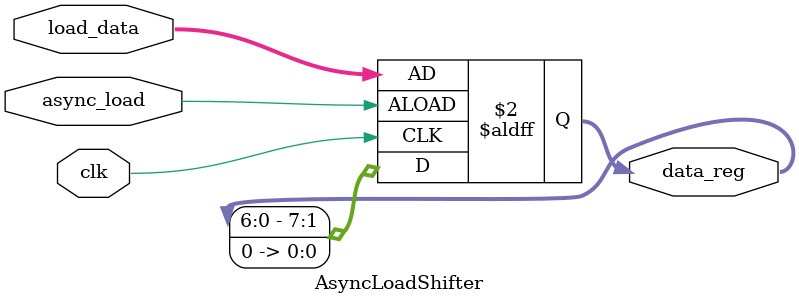
<source format=sv>
module AsyncLoadShifter #(parameter WIDTH=8) (
    input clk, async_load,
    input [WIDTH-1:0] load_data,
    output reg [WIDTH-1:0] data_reg
);
always @(posedge clk or posedge async_load) begin
    if (async_load) data_reg <= load_data;
    else data_reg <= {data_reg[WIDTH-2:0], 1'b0};
end
endmodule
</source>
